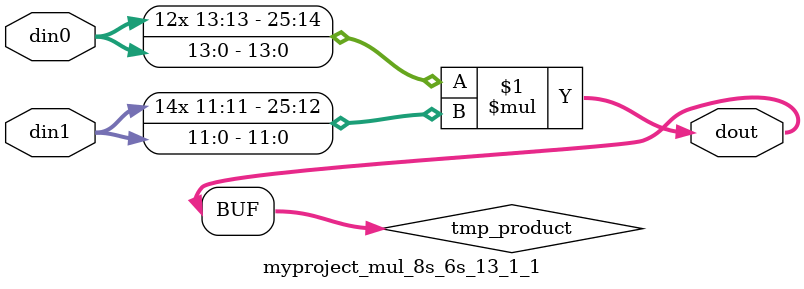
<source format=v>

`timescale 1 ns / 1 ps

  module myproject_mul_8s_6s_13_1_1(din0, din1, dout);
parameter ID = 1;
parameter NUM_STAGE = 0;
parameter din0_WIDTH = 14;
parameter din1_WIDTH = 12;
parameter dout_WIDTH = 26;

input [din0_WIDTH - 1 : 0] din0; 
input [din1_WIDTH - 1 : 0] din1; 
output [dout_WIDTH - 1 : 0] dout;

wire signed [dout_WIDTH - 1 : 0] tmp_product;













assign tmp_product = $signed(din0) * $signed(din1);








assign dout = tmp_product;







endmodule

</source>
